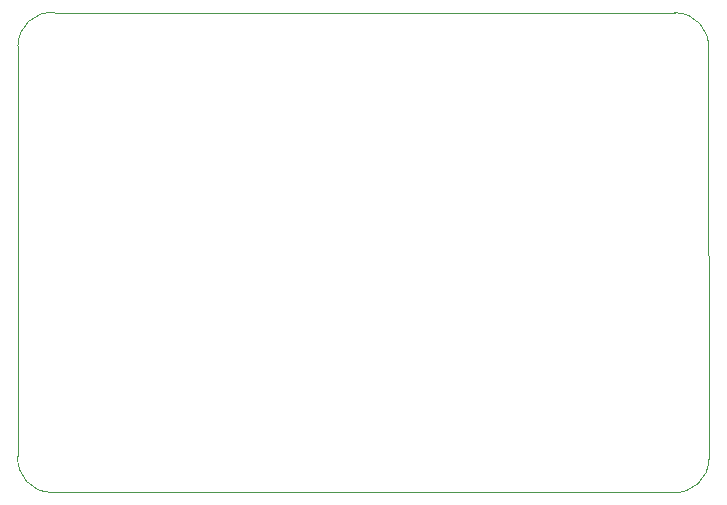
<source format=gbr>
%TF.GenerationSoftware,KiCad,Pcbnew,7.0.11-7.0.11~ubuntu22.04.1*%
%TF.CreationDate,2024-11-23T22:03:05+01:00*%
%TF.ProjectId,analog-amplifier,616e616c-6f67-42d6-916d-706c69666965,rev?*%
%TF.SameCoordinates,Original*%
%TF.FileFunction,Profile,NP*%
%FSLAX46Y46*%
G04 Gerber Fmt 4.6, Leading zero omitted, Abs format (unit mm)*
G04 Created by KiCad (PCBNEW 7.0.11-7.0.11~ubuntu22.04.1) date 2024-11-23 22:03:05*
%MOMM*%
%LPD*%
G01*
G04 APERTURE LIST*
%TA.AperFunction,Profile*%
%ADD10C,0.100000*%
%TD*%
G04 APERTURE END LIST*
D10*
X96393657Y-105110693D02*
G75*
G03*
X99240000Y-108220000I2816343J-279307D01*
G01*
X154856343Y-70719307D02*
X154890000Y-105380000D01*
X154856343Y-70719307D02*
G75*
G03*
X152010000Y-67610000I-2816343J279307D01*
G01*
X99499307Y-67603657D02*
G75*
G03*
X96390000Y-70450000I-279307J-2816343D01*
G01*
X96390000Y-70450000D02*
X96393657Y-105110693D01*
X152010000Y-67610000D02*
X99499307Y-67603657D01*
X151780693Y-108226343D02*
G75*
G03*
X154890000Y-105380000I279307J2816343D01*
G01*
X151780693Y-108226343D02*
X99240000Y-108220000D01*
M02*

</source>
